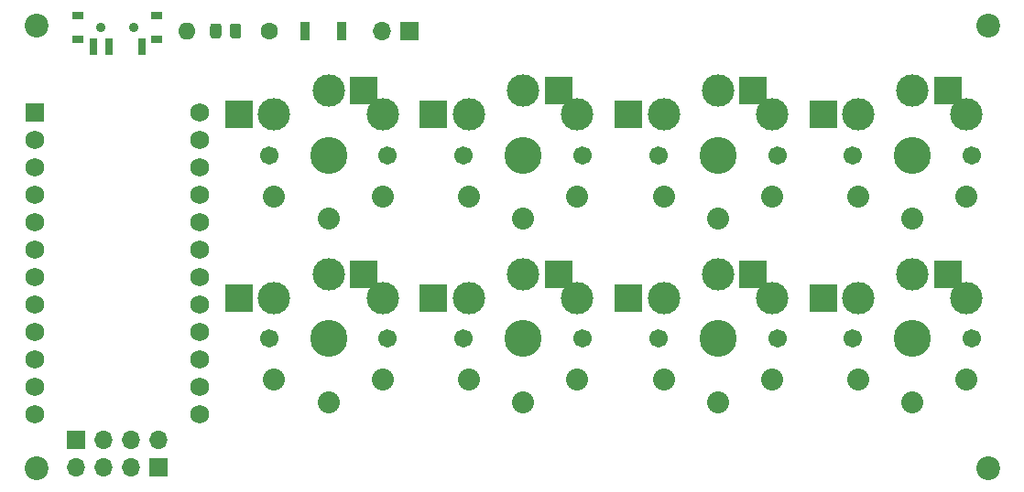
<source format=gbr>
%TF.GenerationSoftware,KiCad,Pcbnew,5.1.8*%
%TF.CreationDate,2021-02-04T11:55:25-06:00*%
%TF.ProjectId,small-paintbrush-hotswap,736d616c-6c2d-4706-9169-6e7462727573,rev?*%
%TF.SameCoordinates,Original*%
%TF.FileFunction,Soldermask,Top*%
%TF.FilePolarity,Negative*%
%FSLAX46Y46*%
G04 Gerber Fmt 4.6, Leading zero omitted, Abs format (unit mm)*
G04 Created by KiCad (PCBNEW 5.1.8) date 2021-02-04 11:55:25*
%MOMM*%
%LPD*%
G01*
G04 APERTURE LIST*
%ADD10C,1.701800*%
%ADD11R,2.600000X2.600000*%
%ADD12C,3.000000*%
%ADD13C,3.429000*%
%ADD14C,2.032000*%
%ADD15C,1.752600*%
%ADD16R,1.752600X1.752600*%
%ADD17O,1.700000X1.700000*%
%ADD18R,1.700000X1.700000*%
%ADD19O,1.600000X1.600000*%
%ADD20C,1.600000*%
%ADD21C,2.200000*%
%ADD22R,0.900000X1.700000*%
%ADD23R,1.000000X0.800000*%
%ADD24R,0.700000X1.500000*%
%ADD25C,0.900000*%
G04 APERTURE END LIST*
D10*
%TO.C,KEY3*%
X127500000Y-35000000D03*
X138500000Y-35000000D03*
D11*
X136275000Y-29050000D03*
D12*
X128000000Y-31250000D03*
D13*
X133000000Y-35000000D03*
D14*
X138000000Y-38800000D03*
X133000000Y-40900000D03*
D12*
X133000000Y-29050000D03*
D11*
X124725000Y-31250000D03*
D12*
X138000000Y-31250000D03*
D14*
X128000000Y-38800000D03*
%TD*%
D10*
%TO.C,KEY8*%
X145500000Y-52000000D03*
X156500000Y-52000000D03*
D11*
X154275000Y-46050000D03*
D12*
X146000000Y-48250000D03*
D13*
X151000000Y-52000000D03*
D14*
X156000000Y-55800000D03*
X151000000Y-57900000D03*
D12*
X151000000Y-46050000D03*
D11*
X142725000Y-48250000D03*
D12*
X156000000Y-48250000D03*
D14*
X146000000Y-55800000D03*
%TD*%
D10*
%TO.C,KEY7*%
X127500000Y-52000000D03*
X138500000Y-52000000D03*
D11*
X136275000Y-46050000D03*
D12*
X128000000Y-48250000D03*
D13*
X133000000Y-52000000D03*
D14*
X138000000Y-55800000D03*
X133000000Y-57900000D03*
D12*
X133000000Y-46050000D03*
D11*
X124725000Y-48250000D03*
D12*
X138000000Y-48250000D03*
D14*
X128000000Y-55800000D03*
%TD*%
D10*
%TO.C,KEY6*%
X109500000Y-52000000D03*
X120500000Y-52000000D03*
D11*
X118275000Y-46050000D03*
D12*
X110000000Y-48250000D03*
D13*
X115000000Y-52000000D03*
D14*
X120000000Y-55800000D03*
X115000000Y-57900000D03*
D12*
X115000000Y-46050000D03*
D11*
X106725000Y-48250000D03*
D12*
X120000000Y-48250000D03*
D14*
X110000000Y-55800000D03*
%TD*%
D10*
%TO.C,KEY5*%
X91500000Y-52000000D03*
X102500000Y-52000000D03*
D11*
X100275000Y-46050000D03*
D12*
X92000000Y-48250000D03*
D13*
X97000000Y-52000000D03*
D14*
X102000000Y-55800000D03*
X97000000Y-57900000D03*
D12*
X97000000Y-46050000D03*
D11*
X88725000Y-48250000D03*
D12*
X102000000Y-48250000D03*
D14*
X92000000Y-55800000D03*
%TD*%
D10*
%TO.C,KEY4*%
X145500000Y-35000000D03*
X156500000Y-35000000D03*
D11*
X154275000Y-29050000D03*
D12*
X146000000Y-31250000D03*
D13*
X151000000Y-35000000D03*
D14*
X156000000Y-38800000D03*
X151000000Y-40900000D03*
D12*
X151000000Y-29050000D03*
D11*
X142725000Y-31250000D03*
D12*
X156000000Y-31250000D03*
D14*
X146000000Y-38800000D03*
%TD*%
D10*
%TO.C,KEY2*%
X109500000Y-35000000D03*
X120500000Y-35000000D03*
D11*
X118275000Y-29050000D03*
D12*
X110000000Y-31250000D03*
D13*
X115000000Y-35000000D03*
D14*
X120000000Y-38800000D03*
X115000000Y-40900000D03*
D12*
X115000000Y-29050000D03*
D11*
X106725000Y-31250000D03*
D12*
X120000000Y-31250000D03*
D14*
X110000000Y-38800000D03*
%TD*%
D10*
%TO.C,KEY1*%
X91500000Y-35000000D03*
X102500000Y-35000000D03*
D11*
X100275000Y-29050000D03*
D12*
X92000000Y-31250000D03*
D13*
X97000000Y-35000000D03*
D14*
X102000000Y-38800000D03*
X97000000Y-40900000D03*
D12*
X97000000Y-29050000D03*
D11*
X88725000Y-31250000D03*
D12*
X102000000Y-31250000D03*
D14*
X92000000Y-38800000D03*
%TD*%
D15*
%TO.C,U1*%
X85120000Y-31030000D03*
X69880000Y-58970000D03*
X85120000Y-33570000D03*
X85120000Y-36110000D03*
X85120000Y-38650000D03*
X85120000Y-41190000D03*
X85120000Y-43730000D03*
X85120000Y-46270000D03*
X85120000Y-48810000D03*
X85120000Y-51350000D03*
X85120000Y-53890000D03*
X85120000Y-56430000D03*
X85120000Y-58970000D03*
X69880000Y-56430000D03*
X69880000Y-53890000D03*
X69880000Y-51350000D03*
X69880000Y-48810000D03*
X69880000Y-46270000D03*
X69880000Y-43730000D03*
X69880000Y-41190000D03*
X69880000Y-38650000D03*
X69880000Y-36110000D03*
X69880000Y-33570000D03*
D16*
X69880000Y-31030000D03*
%TD*%
D17*
%TO.C,J3*%
X81320000Y-61400000D03*
X78780000Y-61400000D03*
X76240000Y-61400000D03*
D18*
X73700000Y-61400000D03*
%TD*%
D17*
%TO.C,J2*%
X73680000Y-63900000D03*
X76220000Y-63900000D03*
X78760000Y-63900000D03*
D18*
X81300000Y-63900000D03*
%TD*%
D19*
%TO.C,R2*%
X83880000Y-23500000D03*
D20*
X91500000Y-23500000D03*
%TD*%
D21*
%TO.C,REF\u002A\u002A*%
X70000000Y-23000000D03*
%TD*%
%TO.C,REF\u002A\u002A*%
X70000000Y-64000000D03*
%TD*%
%TO.C,REF\u002A\u002A*%
X158000000Y-64000000D03*
%TD*%
%TO.C,REF\u002A\u002A*%
X158000000Y-23000000D03*
%TD*%
D22*
%TO.C,PUSH2*%
X98200000Y-23500000D03*
X94800000Y-23500000D03*
%TD*%
D23*
%TO.C,SW2*%
X81150000Y-24280000D03*
X73850000Y-24280000D03*
X73850000Y-22070000D03*
X81150000Y-22070000D03*
D24*
X75250000Y-24930000D03*
X76750000Y-24930000D03*
X79750000Y-24930000D03*
D25*
X76000000Y-23170000D03*
X79000000Y-23170000D03*
%TD*%
%TO.C,SW1*%
X79000000Y-23170000D03*
X76000000Y-23170000D03*
%TD*%
D17*
%TO.C,J1*%
X101960000Y-23500000D03*
D18*
X104500000Y-23500000D03*
%TD*%
%TO.C,R1*%
G36*
G01*
X87100000Y-23049998D02*
X87100000Y-23950002D01*
G75*
G02*
X86850002Y-24200000I-249998J0D01*
G01*
X86324998Y-24200000D01*
G75*
G02*
X86075000Y-23950002I0J249998D01*
G01*
X86075000Y-23049998D01*
G75*
G02*
X86324998Y-22800000I249998J0D01*
G01*
X86850002Y-22800000D01*
G75*
G02*
X87100000Y-23049998I0J-249998D01*
G01*
G37*
G36*
G01*
X88925000Y-23049998D02*
X88925000Y-23950002D01*
G75*
G02*
X88675002Y-24200000I-249998J0D01*
G01*
X88149998Y-24200000D01*
G75*
G02*
X87900000Y-23950002I0J249998D01*
G01*
X87900000Y-23049998D01*
G75*
G02*
X88149998Y-22800000I249998J0D01*
G01*
X88675002Y-22800000D01*
G75*
G02*
X88925000Y-23049998I0J-249998D01*
G01*
G37*
%TD*%
M02*

</source>
